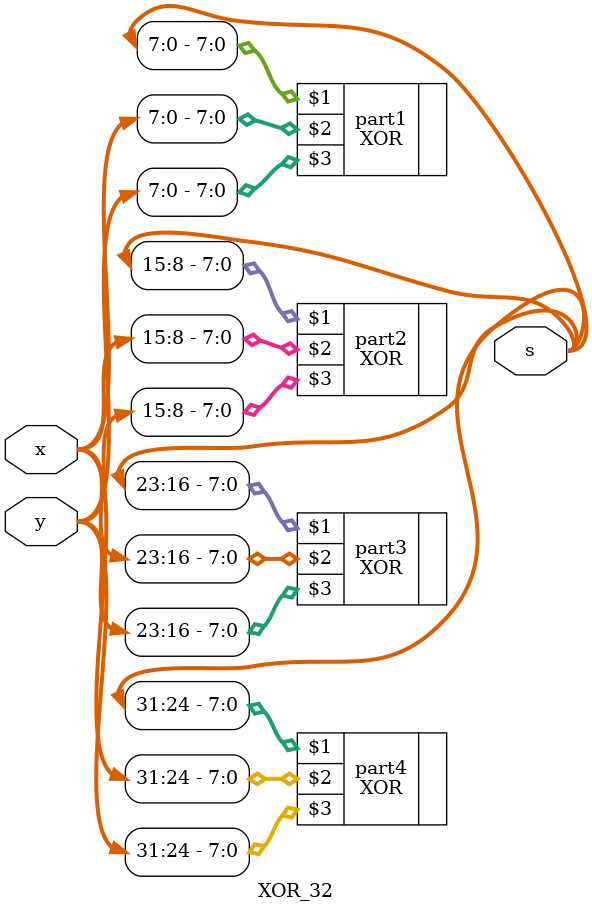
<source format=v>
`timescale 1ns / 1ps


module XOR_32#(parameter WIDTH = 32) (input[WIDTH-1:0] x, 
    input[WIDTH-1:0] y,
    output[WIDTH-1:0] s
    );
    XOR part1(s[7:0],x[7:0],y[7:0]);
    XOR part2(s[15:8],x[15:8],y[15:8]);
    XOR part3(s[23:16],x[23:16],y[23:16]);
    XOR part4(s[31:24],x[31:24],y[31:24]);
endmodule

</source>
